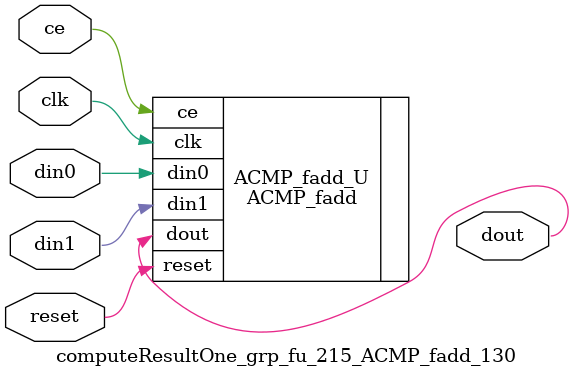
<source format=v>

`timescale 1 ns / 1 ps
module computeResultOne_grp_fu_215_ACMP_fadd_130(
    clk,
    reset,
    ce,
    din0,
    din1,
    dout);

parameter ID = 32'd1;
parameter NUM_STAGE = 32'd1;
parameter din0_WIDTH = 32'd1;
parameter din1_WIDTH = 32'd1;
parameter dout_WIDTH = 32'd1;
input clk;
input reset;
input ce;
input[din0_WIDTH - 1:0] din0;
input[din1_WIDTH - 1:0] din1;
output[dout_WIDTH - 1:0] dout;



ACMP_fadd #(
.ID( ID ),
.NUM_STAGE( 4 ),
.din0_WIDTH( din0_WIDTH ),
.din1_WIDTH( din1_WIDTH ),
.dout_WIDTH( dout_WIDTH ))
ACMP_fadd_U(
    .clk( clk ),
    .reset( reset ),
    .ce( ce ),
    .din0( din0 ),
    .din1( din1 ),
    .dout( dout ));

endmodule

</source>
